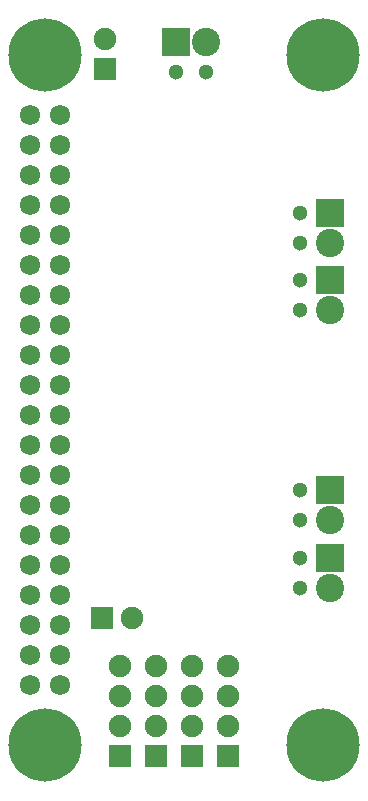
<source format=gbs>
G04 #@! TF.GenerationSoftware,KiCad,Pcbnew,(5.0.0)*
G04 #@! TF.CreationDate,2018-10-16T17:28:41+01:00*
G04 #@! TF.ProjectId,Motor_Toshiba_Shield,4D6F746F725F546F73686962615F5368,rev?*
G04 #@! TF.SameCoordinates,Original*
G04 #@! TF.FileFunction,Soldermask,Bot*
G04 #@! TF.FilePolarity,Negative*
%FSLAX46Y46*%
G04 Gerber Fmt 4.6, Leading zero omitted, Abs format (unit mm)*
G04 Created by KiCad (PCBNEW (5.0.0)) date 10/16/18 17:28:41*
%MOMM*%
%LPD*%
G01*
G04 APERTURE LIST*
%ADD10R,2.400000X2.400000*%
%ADD11C,1.300000*%
%ADD12C,2.400000*%
%ADD13O,1.900000X1.900000*%
%ADD14R,1.900000X1.900000*%
%ADD15C,6.200000*%
%ADD16C,1.724000*%
G04 APERTURE END LIST*
D10*
G04 #@! TO.C,J1*
X121539000Y-64262000D03*
D11*
X121539000Y-66802000D03*
D12*
X124079000Y-64262000D03*
D11*
X124079000Y-66802000D03*
G04 #@! TD*
D13*
G04 #@! TO.C,J2*
X115570000Y-64008000D03*
D14*
X115570000Y-66548000D03*
G04 #@! TD*
D11*
G04 #@! TO.C,J3*
X132080000Y-110490000D03*
D12*
X134620000Y-110490000D03*
D11*
X132080000Y-107950000D03*
D10*
X134620000Y-107950000D03*
G04 #@! TD*
G04 #@! TO.C,J4*
X134620000Y-102235000D03*
D11*
X132080000Y-102235000D03*
D12*
X134620000Y-104775000D03*
D11*
X132080000Y-104775000D03*
G04 #@! TD*
G04 #@! TO.C,J5*
X132080000Y-86995000D03*
D12*
X134620000Y-86995000D03*
D11*
X132080000Y-84455000D03*
D10*
X134620000Y-84455000D03*
G04 #@! TD*
G04 #@! TO.C,J6*
X134620000Y-78740000D03*
D11*
X132080000Y-78740000D03*
D12*
X134620000Y-81280000D03*
D11*
X132080000Y-81280000D03*
G04 #@! TD*
D14*
G04 #@! TO.C,J7*
X115316000Y-113030000D03*
D13*
X117856000Y-113030000D03*
G04 #@! TD*
D15*
G04 #@! TO.C,U2*
X133985000Y-123825000D03*
X133985000Y-65405000D03*
X110490000Y-123825000D03*
X110490000Y-65405000D03*
D16*
X109220000Y-118745000D03*
X111760000Y-118745000D03*
X109220000Y-116205000D03*
X111760000Y-116205000D03*
X109220000Y-113665000D03*
X111760000Y-113665000D03*
X109220000Y-111125000D03*
X111760000Y-111125000D03*
X109220000Y-108585000D03*
X111760000Y-108585000D03*
X109220000Y-106045000D03*
X111760000Y-106045000D03*
X109220000Y-103505000D03*
X111760000Y-103505000D03*
X109220000Y-100965000D03*
X111760000Y-100965000D03*
X109220000Y-98425000D03*
X111760000Y-98425000D03*
X109220000Y-95885000D03*
X111760000Y-95885000D03*
X109220000Y-93345000D03*
X111760000Y-93345000D03*
X109220000Y-90805000D03*
X111760000Y-90805000D03*
X109220000Y-88265000D03*
X111760000Y-88265000D03*
X109220000Y-85725000D03*
X111760000Y-85725000D03*
X109220000Y-83185000D03*
X111760000Y-83185000D03*
X109220000Y-80645000D03*
X111760000Y-80645000D03*
X109220000Y-78105000D03*
X111760000Y-78105000D03*
X109220000Y-75565000D03*
X111760000Y-75565000D03*
X109220000Y-73025000D03*
X111760000Y-73025000D03*
X109220000Y-70485000D03*
X111760000Y-70485000D03*
G04 #@! TD*
D14*
G04 #@! TO.C,J8*
X116840000Y-124714000D03*
D13*
X116840000Y-122174000D03*
X116840000Y-119634000D03*
X116840000Y-117094000D03*
G04 #@! TD*
G04 #@! TO.C,J9*
X119888000Y-117094000D03*
X119888000Y-119634000D03*
X119888000Y-122174000D03*
D14*
X119888000Y-124714000D03*
G04 #@! TD*
G04 #@! TO.C,J10*
X125984000Y-124714000D03*
D13*
X125984000Y-122174000D03*
X125984000Y-119634000D03*
X125984000Y-117094000D03*
G04 #@! TD*
G04 #@! TO.C,J11*
X122936000Y-117094000D03*
X122936000Y-119634000D03*
X122936000Y-122174000D03*
D14*
X122936000Y-124714000D03*
G04 #@! TD*
M02*

</source>
